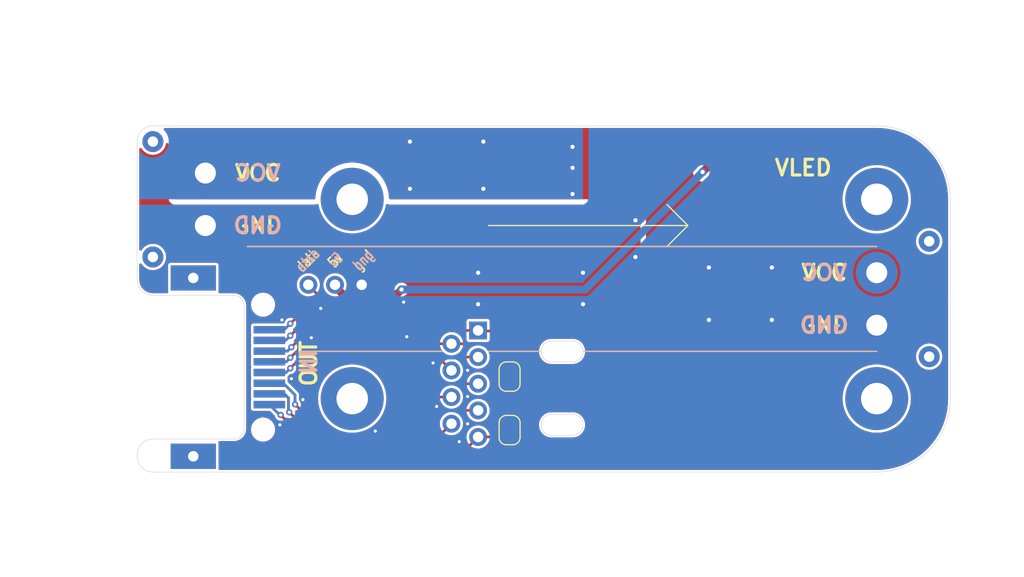
<source format=kicad_pcb>
(kicad_pcb (version 20241229) (generator "pcbnew") (generator_version "9.0")
  (layers (0 "F.Cu" signal) (2 "B.Cu" signal) (13 "F.Paste" user) (15 "B.Paste" user) (5 "F.SilkS" user "F.Silkscreen") (7 "B.SilkS" user "B.Silkscreen") (1 "F.Mask" user) (3 "B.Mask" user) (25 "Edge.Cuts" user))
  (net 0 "")
  (net 1 "Net-(J1-PadSH)")
  (net 2 "Net-(J2-Pin_7)")
  (net 3 "Net-(J2-Pin_6)")
  (net 4 "Net-(J2-Pin_5)")
  (net 5 "Net-(J2-Pin_8)")
  (net 6 "Net-(J2-Pin_2)")
  (net 7 "Net-(J2-Pin_9)")
  (net 8 "GND")
  (net 9 "LED_DATA")
  (net 10 "5V")
  (net 11 "12V")
  (net 12 "Net-(J2-Pin_3)")
  (net 13 "Net-(J2-Pin_4)")
  (footprint "footprints:HC-RJ45-055-7" (layer "F.Cu") (at -8.5 6.5 -90)
    (property "Reference" "J1" (hide yes))
    (property "Value" "RJ45_Shielded")
    (pad "" np_thru_hole circle (at -5.95 0 270) (size 1.8 1.8) (drill 1.8) (layers "*.Cu" "*.Mask"))
    (pad "" np_thru_hole circle (at 5.95 0 270) (size 1.8 1.8) (drill 1.8) (layers "*.Cu" "*.Mask"))
    (pad "1" smd rect (at -3.57 -0.6 270) (size 0.7 3) (layers "F.Cu" "F.Mask" "F.Paste") (net 6 "Net-(J2-Pin_2)"))
    (pad "2" smd rect (at -2.55 -0.6 270) (size 0.7 3) (layers "F.Cu" "F.Mask" "F.Paste") (net 12 "Net-(J2-Pin_3)"))
    (pad "3" smd rect (at -1.53 -0.6 270) (size 0.7 3) (layers "F.Cu" "F.Mask" "F.Paste") (net 13 "Net-(J2-Pin_4)"))
    (pad "4" smd rect (at -0.51 -0.6 270) (size 0.7 3) (layers "F.Cu" "F.Mask" "F.Paste") (net 4 "Net-(J2-Pin_5)"))
    (pad "5" smd rect (at 0.51 -0.6 270) (size 0.7 3) (layers "F.Cu" "F.Mask" "F.Paste") (net 3 "Net-(J2-Pin_6)"))
    (pad "6" smd rect (at 1.53 -0.6 270) (size 0.7 3) (layers "F.Cu" "F.Mask" "F.Paste") (net 2 "Net-(J2-Pin_7)"))
    (pad "7" smd rect (at 2.55 -0.6 270) (size 0.7 3) (layers "F.Cu" "F.Mask" "F.Paste") (net 5 "Net-(J2-Pin_8)"))
    (pad "8" smd rect (at 3.57 -0.6 270) (size 0.7 3) (layers "F.Cu" "F.Mask" "F.Paste") (net 7 "Net-(J2-Pin_9)"))
    (pad "SH" thru_hole circle (at -8.5 6.65 270) (size 1.524 1.524) (drill 1) (layers "*.Cu" "*.Mask") (net 1 "Net-(J1-PadSH)"))
    (pad "SH" smd rect (at -8.5 6.65 270) (size 2.4 4.3) (layers "F.Cu" "F.Mask" "F.Paste") (net 1 "Net-(J1-PadSH)"))
    (pad "SH" thru_hole circle (at 8.5 6.65 270) (size 1.524 1.524) (drill 1) (layers "*.Cu" "*.Mask") (net 1 "Net-(J1-PadSH)"))
    (pad "SH" smd rect (at 8.5 6.65 270) (size 2.4 4.3) (layers "F.Cu" "F.Mask" "F.Paste") (net 1 "Net-(J1-PadSH)"))
  )
  (footprint "footprints:xt30-PW-F_banana" (layer "F.Cu") (at -14 -9.5 90)
    (property "Reference" "U1" (hide yes))
    (property "Value" "xt30")
    (pad "" thru_hole circle (at -5.5 -5 90) (size 2 2) (drill 1) (layers "*.Cu" "*.Mask"))
    (pad "" thru_hole circle (at 5.5 -5 90) (size 2 2) (drill 1) (layers "*.Cu" "*.Mask"))
    (pad "GND" thru_hole circle (at -2.5 0 90) (size 4 4) (drill 2) (layers "*.Cu" "*.Mask") (net 8 "GND"))
    (pad "VCC" thru_hole circle (at 2.5 0 90) (size 4 4) (drill 2) (layers "*.Cu" "*.Mask") (net 11 "12V"))
  )
  (footprint "MountingHole:MountingHole_3mm_Pad" (layer "F.Cu") (at 0 -9.5)
    (property "Reference" "REF**" (hide yes))
    (property "Value" "MountingHole_3mm_Pad")
    (pad "1" thru_hole circle (at 0 0) (size 6 6) (drill 3) (layers "*.Cu" "*.Mask"))
  )
  (footprint "MountingHole:MountingHole_3mm_Pad" (layer "F.Cu") (at 0 9.5)
    (property "Reference" "REF**" (hide yes))
    (property "Value" "MountingHole_3mm_Pad")
    (pad "1" thru_hole circle (at 0 0) (size 6 6) (drill 3) (layers "*.Cu" "*.Mask"))
  )
  (footprint "MountingHole:MountingHole_3mm_Pad" (layer "F.Cu") (at 50 9.5)
    (property "Reference" "REF**" (hide yes))
    (property "Value" "MountingHole_3mm_Pad")
    (pad "1" thru_hole circle (at 0 0) (size 6 6) (drill 3) (layers "*.Cu" "*.Mask"))
  )
  (footprint "MountingHole:MountingHole_3mm_Pad" (layer "F.Cu") (at 50 -9.5)
    (property "Reference" "REF**" (hide yes))
    (property "Value" "MountingHole_3mm_Pad")
    (pad "1" thru_hole circle (at 0 0) (size 6 6) (drill 3) (layers "*.Cu" "*.Mask"))
  )
  (footprint "footprints:mini560" (layer "F.Cu") (at 23 -7)
    (property "Reference" "U2" (hide yes))
    (property "Value" "mini560")
    (fp_line (start -10 0) (end 9 0) (stroke (width 0.12)) (layer "F.SilkS"))
    (fp_line (start 9 0) (end 7 -2) (stroke (width 0.12)) (layer "F.SilkS"))
    (fp_line (start 9 0) (end 7 2) (stroke (width 0.12)) (layer "F.SilkS"))
    (pad "1" smd roundrect (at -14 -5.73) (size 5.08 5.08) (layers "F.Cu" "F.Mask" "F.Paste") (net 11 "12V"))
    (pad "2" smd roundrect (at -14 5.73) (size 5.08 5.08) (layers "F.Cu" "F.Mask" "F.Paste") (net 8 "GND"))
    (pad "3" smd roundrect (at 14 -5.73) (size 5.08 5.08) (layers "F.Cu" "F.Mask" "F.Paste") (net 10 "5V"))
    (pad "4" smd roundrect (at 14 5.73) (size 5.08 5.08) (layers "F.Cu" "F.Mask" "F.Paste") (net 8 "GND"))
  )
  (footprint "footprints:xt30-PW-M_banana" (layer "F.Cu") (at 50 0 -90)
    (property "Reference" "U3" (hide yes))
    (property "Value" "xt30")
    (pad "" thru_hole circle (at -5.5 -5 270) (size 2 2) (drill 1) (layers "*.Cu" "*.Mask"))
    (pad "" thru_hole circle (at 5.5 -5 270) (size 2 2) (drill 1) (layers "*.Cu" "*.Mask"))
    (pad "GND" thru_hole circle (at 2.5 0 270) (size 4 4) (drill 2) (layers "*.Cu" "*.Mask") (net 8 "GND"))
    (pad "VCC" thru_hole circle (at -2.5 0 270) (size 4 4) (drill 2) (layers "*.Cu" "*.Mask") (net 11 "12V"))
  )
  (footprint "Connector_PinHeader_2.54mm:PinHeader_1x09_P2.54mm_Vertical" (layer "F.Cu") (at 12 3)
    (property "Reference" "J2" (hide yes))
    (property "Value" "Conn_01x09_Male")
    (pad "1" thru_hole rect (at 0 0) (size 1.7 1.7) (drill 1) (layers "*.Cu" "*.Mask") (net 9 "LED_DATA"))
    (pad "2" thru_hole oval (at -2.54 1.27) (size 1.7 1.7) (drill 1) (layers "*.Cu" "*.Mask") (net 6 "Net-(J2-Pin_2)"))
    (pad "3" thru_hole oval (at 0 2.54) (size 1.7 1.7) (drill 1) (layers "*.Cu" "*.Mask") (net 12 "Net-(J2-Pin_3)"))
    (pad "4" thru_hole oval (at -2.54 3.81) (size 1.7 1.7) (drill 1) (layers "*.Cu" "*.Mask") (net 13 "Net-(J2-Pin_4)"))
    (pad "5" thru_hole oval (at 0 5.08) (size 1.7 1.7) (drill 1) (layers "*.Cu" "*.Mask") (net 4 "Net-(J2-Pin_5)"))
    (pad "6" thru_hole oval (at -2.54 6.35) (size 1.7 1.7) (drill 1) (layers "*.Cu" "*.Mask") (net 3 "Net-(J2-Pin_6)"))
    (pad "7" thru_hole oval (at 0 7.62) (size 1.7 1.7) (drill 1) (layers "*.Cu" "*.Mask") (net 2 "Net-(J2-Pin_7)"))
    (pad "8" thru_hole oval (at -2.54 8.89) (size 1.7 1.7) (drill 1) (layers "*.Cu" "*.Mask") (net 5 "Net-(J2-Pin_8)"))
    (pad "9" thru_hole oval (at 0 10.16) (size 1.7 1.7) (drill 1) (layers "*.Cu" "*.Mask") (net 7 "Net-(J2-Pin_9)"))
  )
  (footprint "Connector_PinHeader_2.54mm:PinHeader_1x03_P2.54mm_Vertical" (layer "F.Cu") (at 0.9 -1.35 -90)
    (property "Reference" "J4" (hide yes))
    (property "Value" "Conn_01x03_Male")
    (pad "1" thru_hole rect (at 0 0 270) (size 1.7 1.7) (drill 1) (layers "*.Cu" "*.Mask") (net 8 "GND"))
    (pad "2" thru_hole oval (at 0 2.54 270) (size 1.7 1.7) (drill 1) (layers "*.Cu" "*.Mask") (net 10 "5V"))
    (pad "3" thru_hole oval (at 0 5.08 270) (size 1.7 1.7) (drill 1) (layers "*.Cu" "*.Mask") (net 9 "LED_DATA"))
  )
  (footprint "Jumper:SolderJumper-2_P1.3mm_Open_TrianglePad1.0x1.5mm" (layer "F.Cu") (at 14.95 3.775001 -90)
    (property "Reference" "JP1" (hide yes))
    (property "Value" "Jumper_2_Open")
    (pad "1" smd custom (at -0.725 0 270) (size 0.3 0.3) (layers "F.Cu" "F.Mask") (net 9 "LED_DATA") (options (clearance outline) (anchor rect)) (primitives (gr_poly (pts (xy -0.5 -0.75) (xy 0.5 -0.75) (xy 1 0) (xy 0.5 0.75) (xy -0.5 0.75)) (width 0) (fill yes))))
    (pad "2" smd custom (at 0.725 0 270) (size 0.3 0.3) (layers "F.Cu" "F.Mask") (net 6 "Net-(J2-Pin_2)") (options (clearance outline) (anchor rect)) (primitives (gr_poly (pts (xy -0.65 -0.75) (xy 0.5 -0.75) (xy 0.5 0.75) (xy -0.65 0.75) (xy -0.15 0)) (width 0) (fill yes))))
  )
  (footprint "Jumper:SolderJumper-2_P1.3mm_Bridged_RoundedPad1.0x1.5mm" (layer "F.Cu") (at 15 12.5 90)
    (property "Reference" "JP2" (hide yes))
    (property "Value" "Jumper_2_Bridged")
    (fp_poly (pts (xy 0.25 -0.3) (xy -0.25 -0.3) (xy -0.25 0.3) (xy 0.25 0.3)) (fill yes) (layer "F.Cu"))
    (fp_line (start -0.7 -1) (end 0.7 -1) (stroke (width 0.12)) (layer "F.SilkS"))
    (fp_line (start 1.4 -0.3) (end 1.4 0.3) (stroke (width 0.12)) (layer "F.SilkS"))
    (fp_line (start -1.4 0.3) (end -1.4 -0.3) (stroke (width 0.12)) (layer "F.SilkS"))
    (fp_line (start 0.7 1) (end -0.7 1) (stroke (width 0.12)) (layer "F.SilkS"))
    (fp_arc (start 0.7 -1) (mid 1.194975 -0.794975) (end 1.4 -0.3) (stroke (width 0.12)) (layer "F.SilkS"))
    (fp_arc (start -1.4 -0.3) (mid -1.194975 -0.794975) (end -0.7 -1) (stroke (width 0.12)) (layer "F.SilkS"))
    (fp_arc (start 1.4 0.3) (mid 1.194975 0.794975) (end 0.7 1) (stroke (width 0.12)) (layer "F.SilkS"))
    (fp_arc (start -0.7 1) (mid -1.194975 0.794975) (end -1.4 0.3) (stroke (width 0.12)) (layer "F.SilkS"))
    (pad "1" smd custom (at -0.65 0 90) (size 1 0.5) (layers "F.Cu" "F.Mask") (net 7 "Net-(J2-Pin_9)") (options (clearance outline) (anchor rect)) (primitives (gr_circle (center 0 0.25) (end 0.5 0.25) (width 0) (fill yes)) (gr_circle (center 0 -0.25) (end 0.5 -0.25) (width 0) (fill yes)) (gr_poly (pts (xy 0 -0.75) (xy 0.5 -0.75) (xy 0.5 0.75) (xy 0 0.75)) (width 0) (fill yes))))
    (pad "2" smd custom (at 0.65 0 90) (size 1 0.5) (layers "F.Cu" "F.Mask") (net 8 "GND") (options (clearance outline) (anchor rect)) (primitives (gr_circle (center 0 0.25) (end 0.5 0.25) (width 0) (fill yes)) (gr_circle (center 0 -0.25) (end 0.5 -0.25) (width 0) (fill yes)) (gr_poly (pts (xy 0 -0.75) (xy -0.5 -0.75) (xy -0.5 0.75) (xy 0 0.75)) (width 0) (fill yes))))
  )
  (footprint "Jumper:SolderJumper-2_P1.3mm_Open_RoundedPad1.0x1.5mm" (layer "F.Cu") (at 15 7.4 -90)
    (property "Reference" "JP3" (hide yes))
    (property "Value" "Jumper_2_Open")
    (fp_line (start 0.7 1) (end -0.7 1) (stroke (width 0.12)) (layer "F.SilkS"))
    (fp_line (start -1.4 0.3) (end -1.4 -0.3) (stroke (width 0.12)) (layer "F.SilkS"))
    (fp_line (start 1.4 -0.3) (end 1.4 0.3) (stroke (width 0.12)) (layer "F.SilkS"))
    (fp_line (start -0.7 -1) (end 0.7 -1) (stroke (width 0.12)) (layer "F.SilkS"))
    (fp_arc (start -0.7 1) (mid -1.194975 0.794975) (end -1.4 0.3) (stroke (width 0.12)) (layer "F.SilkS"))
    (fp_arc (start 1.4 0.3) (mid 1.194975 0.794975) (end 0.7 1) (stroke (width 0.12)) (layer "F.SilkS"))
    (fp_arc (start -1.4 -0.3) (mid -1.194975 -0.794975) (end -0.7 -1) (stroke (width 0.12)) (layer "F.SilkS"))
    (fp_arc (start 0.7 -1) (mid 1.194975 -0.794975) (end 1.4 -0.3) (stroke (width 0.12)) (layer "F.SilkS"))
    (pad "1" smd custom (at -0.65 0 270) (size 1 0.5) (layers "F.Cu" "F.Mask") (net 6 "Net-(J2-Pin_2)") (options (clearance outline) (anchor rect)) (primitives (gr_circle (center 0 0.25) (end 0.5 0.25) (width 0) (fill yes)) (gr_circle (center 0 -0.25) (end 0.5 -0.25) (width 0) (fill yes)) (gr_poly (pts (xy 0 -0.75) (xy 0.5 -0.75) (xy 0.5 0.75) (xy 0 0.75)) (width 0) (fill yes))))
    (pad "2" smd custom (at 0.65 0 270) (size 1 0.5) (layers "F.Cu" "F.Mask") (net 8 "GND") (options (clearance outline) (anchor rect)) (primitives (gr_circle (center 0 0.25) (end 0.5 0.25) (width 0) (fill yes)) (gr_circle (center 0 -0.25) (end 0.5 -0.25) (width 0) (fill yes)) (gr_poly (pts (xy 0 -0.75) (xy -0.5 -0.75) (xy -0.5 0.75) (xy 0 0.75)) (width 0) (fill yes))))
  )
  (footprint "footprints:HC-RJ45-055-7" (layer "B.Cu") (at -8.5 6.5 90)
    (property "Reference" "J3" (hide yes))
    (property "Value" "RJ45_Shielded")
    (pad "1" smd rect (at -3.57 0.6 90) (size 0.7 3) (layers "B.Cu" "B.Mask" "B.Paste") (net 7 "Net-(J2-Pin_9)"))
    (pad "2" smd rect (at -2.55 0.6 90) (size 0.7 3) (layers "B.Cu" "B.Mask" "B.Paste") (net 5 "Net-(J2-Pin_8)"))
    (pad "3" smd rect (at -1.53 0.6 90) (size 0.7 3) (layers "B.Cu" "B.Mask" "B.Paste") (net 2 "Net-(J2-Pin_7)"))
    (pad "4" smd rect (at -0.51 0.6 90) (size 0.7 3) (layers "B.Cu" "B.Mask" "B.Paste") (net 3 "Net-(J2-Pin_6)"))
    (pad "5" smd rect (at 0.51 0.6 90) (size 0.7 3) (layers "B.Cu" "B.Mask" "B.Paste") (net 4 "Net-(J2-Pin_5)"))
    (pad "6" smd rect (at 1.53 0.6 90) (size 0.7 3) (layers "B.Cu" "B.Mask" "B.Paste") (net 13 "Net-(J2-Pin_4)"))
    (pad "7" smd rect (at 2.55 0.6 90) (size 0.7 3) (layers "B.Cu" "B.Mask" "B.Paste") (net 12 "Net-(J2-Pin_3)"))
    (pad "8" smd rect (at 3.57 0.6 90) (size 0.7 3) (layers "B.Cu" "B.Mask" "B.Paste") (net 6 "Net-(J2-Pin_2)"))
    (pad "SH" smd rect (at -8.5 -6.65 90) (size 2.4 4.3) (layers "B.Cu" "B.Mask" "B.Paste") (net 1 "Net-(J1-PadSH)"))
    (pad "SH" smd rect (at 8.5 -6.65 90) (size 2.4 4.3) (layers "B.Cu" "B.Mask" "B.Paste") (net 1 "Net-(J1-PadSH)"))
  )
  (gr_line (start 8.6 5) (end -5 5) (stroke (width 0.12)) (layer "F.SilkS"))
  (gr_line (start 50 -5) (end -10 -5) (stroke (width 0.12)) (layer "F.SilkS"))
  (gr_line (start 50 5) (end 22.1 5) (stroke (width 0.12)) (layer "F.SilkS"))
  (gr_line (start 17.9 5) (end 13 5) (stroke (width 0.12)) (layer "F.SilkS"))
  (gr_line (start 50 5) (end 22.1 5) (stroke (width 0.12)) (layer "B.SilkS"))
  (gr_line (start 8.6 5) (end -5 5) (stroke (width 0.12)) (layer "B.SilkS"))
  (gr_line (start 17.9 5) (end 13 5) (stroke (width 0.12)) (layer "B.SilkS"))
  (gr_line (start 50 -5) (end -10 -5) (stroke (width 0.12)) (layer "B.SilkS"))
  (gr_arc (start 50 -16.5) (mid 54.949747 -14.449747) (end 57 -9.5) (stroke (width 0.05)) (layer "Edge.Cuts"))
  (gr_line (start -19 -0.35) (end -11.3 -0.35) (stroke (width 0.05)) (layer "Edge.Cuts"))
  (gr_arc (start -11.299999 -0.349998) (mid -10.592894 -0.057105) (end -10.300001 0.65) (stroke (width 0.05)) (layer "Edge.Cuts"))
  (gr_arc (start -10.3 12.349999) (mid -10.592893 13.057106) (end -11.299999 13.35) (stroke (width 0.05)) (layer "Edge.Cuts"))
  (gr_line (start -11.299999 13.35) (end -19 13.35) (stroke (width 0.05)) (layer "Edge.Cuts"))
  (gr_line (start -10.300001 0.65) (end -10.3 12.349999) (stroke (width 0.05)) (layer "Edge.Cuts"))
  (gr_arc (start -19 -0.35) (mid -20.06066 -0.78934) (end -20.5 -1.85) (stroke (width 0.05)) (layer "Edge.Cuts"))
  (gr_arc (start -19 16.5) (mid -20.06066 16.06066) (end -20.5 15) (stroke (width 0.05)) (layer "Edge.Cuts"))
  (gr_arc (start -20.5 14.85) (mid -20.06066 13.78934) (end -19 13.35) (stroke (width 0.05)) (layer "Edge.Cuts"))
  (gr_line (start -20.5 14.85) (end -20.5 15) (stroke (width 0.05)) (layer "Edge.Cuts"))
  (gr_arc (start -20.5 -15) (mid -20.06066 -16.06066) (end -19 -16.5) (stroke (width 0.05)) (layer "Edge.Cuts"))
  (gr_arc (start 21 4) (mid 21.999999 4.999999) (end 21 5.999998) (stroke (width 0.05)) (layer "Edge.Cuts"))
  (gr_line (start 19 6) (end 21 6) (stroke (width 0.05)) (layer "Edge.Cuts"))
  (gr_arc (start 19 5.999998) (mid 18.000001 4.999999) (end 19 4) (stroke (width 0.05)) (layer "Edge.Cuts"))
  (gr_arc (start 21 11) (mid 21.999999 11.999999) (end 21 12.999998) (stroke (width 0.05)) (layer "Edge.Cuts"))
  (gr_arc (start 19 12.999998) (mid 18.000001 11.999999) (end 19 11) (stroke (width 0.05)) (layer "Edge.Cuts"))
  (gr_line (start 19 11) (end 21 11) (stroke (width 0.05)) (layer "Edge.Cuts"))
  (gr_line (start 19 13) (end 21 13) (stroke (width 0.05)) (layer "Edge.Cuts"))
  (gr_line (start 19 4) (end 21 4) (stroke (width 0.05)) (layer "Edge.Cuts"))
  (gr_line (start -19 -16.5) (end 50 -16.5) (stroke (width 0.05)) (layer "Edge.Cuts"))
  (gr_line (start -20.5 -15) (end -20.5 -1.85) (stroke (width 0.05)) (layer "Edge.Cuts"))
  (gr_arc (start 57 9.5) (mid 54.949747 14.449747) (end 50 16.5) (stroke (width 0.05)) (layer "Edge.Cuts"))
  (gr_line (start 57 -9.5) (end 57 9.5) (stroke (width 0.05)) (layer "Edge.Cuts"))
  (gr_line (start -19 16.5) (end 50 16.5) (stroke (width 0.05)) (layer "Edge.Cuts"))
  (gr_text "GND" (at -9 -7 0) (layer "F.SilkS") (effects (font (size 1.5 1.5) (thickness 0.3))))
  (gr_text "OUT" (at -4.15 6.15 90) (layer "F.SilkS") (effects (font (size 1.5 1.5) (thickness 0.3))))
  (gr_text "VCC" (at 45 -2.5 0) (layer "F.SilkS") (effects (font (size 1.5 1.5) (thickness 0.3))))
  (gr_text "GND" (at 45 2.5 0) (layer "F.SilkS") (effects (font (size 1.5 1.5) (thickness 0.3))))
  (gr_text "5v" (at -1.6 -3.7 45) (layer "F.SilkS") (effects (font (size 1 0.75) (thickness 0.16))))
  (gr_text "gnd" (at 1.05 -3.7 45) (layer "F.SilkS") (effects (font (size 1 0.75) (thickness 0.16))))
  (gr_text "VCC" (at -9 -12 0) (layer "F.SilkS") (effects (font (size 1.5 1.5) (thickness 0.3))))
  (gr_text "data" (at -4.25 -3.7 45) (layer "F.SilkS") (effects (font (size 1 0.75) (thickness 0.16))))
  (gr_text "VLED" (at 43 -12.5 0) (layer "F.SilkS") (effects (font (size 1.5 1.5) (thickness 0.3))))
  (gr_text "GND" (at -9 -7 0) (layer "B.SilkS") (effects (font (size 1.5 1.5) (thickness 0.3)) (justify mirror)))
  (gr_text "VCC" (at -9 -12 0) (layer "B.SilkS") (effects (font (size 1.5 1.5) (thickness 0.3)) (justify mirror)))
  (gr_text "IN" (at -4.15 6 90) (layer "B.SilkS") (effects (font (size 1.5 1.5) (thickness 0.3)) (justify mirror)))
  (gr_text "VCC" (at 45 -2.5 0) (layer "B.SilkS") (effects (font (size 1.5 1.5) (thickness 0.3)) (justify mirror)))
  (gr_text "GND" (at 45 2.5 0) (layer "B.SilkS") (effects (font (size 1.5 1.5) (thickness 0.3)) (justify mirror)))
  (gr_text "data" (at -4.25 -3.7 45) (layer "B.SilkS") (effects (font (size 1 0.75) (thickness 0.16)) (justify mirror)))
  (gr_text "5v" (at -1.6 -3.7 45) (layer "B.SilkS") (effects (font (size 1 0.75) (thickness 0.16)) (justify mirror)))
  (gr_text "gnd" (at 1.05 -3.7 45) (layer "B.SilkS") (effects (font (size 1 0.75) (thickness 0.16)) (justify mirror)))
  (segment (start -1.999989 13.5) (end -5.149988 10.349999) (width 0.25) (layer "F.Cu") (net 2))
  (segment (start -5.449987 9.150013) (end -5.449987 10.05) (width 0.25) (layer "F.Cu") (net 2))
  (segment (start -6.57 8.03) (end -5.449987 9.150013) (width 0.25) (layer "F.Cu") (net 2))
  (segment (start 12 10.62) (end 8.990998 10.62) (width 0.25) (layer "F.Cu") (net 2))
  (segment (start -7.9 8.03) (end -6.57 8.03) (width 0.25) (layer "F.Cu") (net 2))
  (segment (start 8.990998 10.62) (end 6.110998 13.5) (width 0.25) (layer "F.Cu") (net 2))
  (segment (start -5.149988 10.349999) (end -5.449987 10.05) (width 0.25) (layer "F.Cu") (net 2))
  (segment (start 6.110998 13.5) (end -1.999989 13.5) (width 0.25) (layer "F.Cu") (net 2))
  (via (at -5.449987 10.05) (size 0.6) (drill 0.3) (layers "F.Cu" "B.Cu") (net 2))
  (segment (start -5.449987 9.150013) (end -5.449987 10.05) (width 0.25) (layer "B.Cu") (net 2))
  (segment (start -6.57 8.03) (end -5.449987 9.150013) (width 0.25) (layer "B.Cu") (net 2))
  (segment (start -7.9 8.03) (end -6.57 8.03) (width 0.25) (layer "B.Cu") (net 2))
  (segment (start 3.95 5.2) (end -4.5 5.2) (width 0.25) (layer "F.Cu") (net 3))
  (segment (start -4.5 5.2) (end -5.9 6.6) (width 0.25) (layer "F.Cu") (net 3))
  (segment (start -5.9 6.6) (end -6.31 7.01) (width 0.25) (layer "F.Cu") (net 3))
  (segment (start -6.31 7.01) (end -7.9 7.01) (width 0.25) (layer "F.Cu") (net 3))
  (segment (start 9.46 9.35) (end 8.1 9.35) (width 0.25) (layer "F.Cu") (net 3))
  (segment (start 8.1 9.35) (end 3.95 5.2) (width 0.25) (layer "F.Cu") (net 3))
  (segment (start 9.46 9.35) (end 9.15 9.35) (width 0.25) (layer "F.Cu") (net 3))
  (via (at -5.9 6.6) (size 0.6) (drill 0.3) (layers "F.Cu" "B.Cu") (net 3))
  (segment (start -6.31 7.01) (end -5.9 6.6) (width 0.25) (layer "B.Cu") (net 3))
  (segment (start -7.9 7.01) (end -6.31 7.01) (width 0.25) (layer "B.Cu") (net 3))
  (segment (start -5.9 5.6) (end -6.29 5.99) (width 0.25) (layer "F.Cu") (net 4))
  (segment (start 12 8.08) (end 8.241412 8.08) (width 0.25) (layer "F.Cu") (net 4))
  (segment (start 4.661412 4.5) (end -4.8 4.5) (width 0.25) (layer "F.Cu") (net 4))
  (segment (start 8.241412 8.08) (end 4.661412 4.5) (width 0.25) (layer "F.Cu") (net 4))
  (segment (start -6.29 5.99) (end -7.9 5.99) (width 0.25) (layer "F.Cu") (net 4))
  (segment (start -4.8 4.5) (end -5.9 5.6) (width 0.25) (layer "F.Cu") (net 4))
  (via (at -5.9 5.6) (size 0.6) (drill 0.3) (layers "F.Cu" "B.Cu") (net 4))
  (segment (start -7.9 5.99) (end -6.29 5.99) (width 0.25) (layer "B.Cu") (net 4))
  (segment (start -6.29 5.99) (end -5.9 5.6) (width 0.25) (layer "B.Cu") (net 4))
  (segment (start 7.35 14) (end -2.8 14) (width 0.25) (layer "F.Cu") (net 5))
  (segment (start -6.45 9.05) (end -6.074999 9.425001) (width 0.25) (layer "F.Cu") (net 5))
  (segment (start 9.46 11.89) (end 7.35 14) (width 0.25) (layer "F.Cu") (net 5))
  (segment (start -2.8 14) (end -6 10.8) (width 0.25) (layer "F.Cu") (net 5))
  (segment (start -7.9 9.05) (end -6.45 9.05) (width 0.25) (layer "F.Cu") (net 5))
  (segment (start -6.074999 9.425001) (end -6.074999 10.725001) (width 0.25) (layer "F.Cu") (net 5))
  (segment (start -6.074999 10.725001) (end -6 10.8) (width 0.25) (layer "F.Cu") (net 5))
  (via (at -6 10.8) (size 0.6) (drill 0.3) (layers "F.Cu" "B.Cu") (net 5))
  (segment (start -6.074999 9.459999) (end -6.074999 10.725001) (width 0.25) (layer "B.Cu") (net 5))
  (segment (start -7.9 9.05) (end -6.484998 9.05) (width 0.25) (layer "B.Cu") (net 5))
  (segment (start -6.074999 10.725001) (end -6 10.8) (width 0.25) (layer "B.Cu") (net 5))
  (segment (start -6.484998 9.05) (end -6.074999 9.459999) (width 0.25) (layer "B.Cu") (net 5))
  (segment (start -6.48 2.93) (end -7.9 2.93) (width 0.25) (layer "F.Cu") (net 6))
  (segment (start 14.95 6.7) (end 15 6.75) (width 0.25) (layer "F.Cu") (net 6))
  (segment (start 8.37 4.27) (end 9.46 4.27) (width 0.25) (layer "F.Cu") (net 6))
  (segment (start -5.9 2.35) (end -6.48 2.93) (width 0.25) (layer "F.Cu") (net 6))
  (segment (start 14.2 4.500001) (end 13.969999 4.27) (width 0.25) (layer "F.Cu") (net 6))
  (segment (start 14.95 4.500001) (end 14.95 6.7) (width 0.25) (layer "F.Cu") (net 6))
  (segment (start 13.969999 4.27) (end 9.46 4.27) (width 0.25) (layer "F.Cu") (net 6))
  (segment (start -5.2 1.65) (end 5.75 1.65) (width 0.25) (layer "F.Cu") (net 6))
  (segment (start 14.95 4.500001) (end 14.2 4.500001) (width 0.25) (layer "F.Cu") (net 6))
  (segment (start -5.9 2.35) (end -5.2 1.65) (width 0.25) (layer "F.Cu") (net 6))
  (segment (start 5.75 1.65) (end 8.37 4.27) (width 0.25) (layer "F.Cu") (net 6))
  (via (at -5.9 2.35) (size 0.6) (drill 0.3) (layers "F.Cu" "B.Cu") (net 6))
  (segment (start -7.9 2.93) (end -6.48 2.93) (width 0.25) (layer "B.Cu") (net 6))
  (segment (start -6.48 2.93) (end -5.9 2.35) (width 0.25) (layer "B.Cu") (net 6))
  (segment (start -3.379133 14.5) (end 10.66 14.5) (width 0.25) (layer "F.Cu") (net 7))
  (segment (start 15 13.15) (end 12.01 13.15) (width 0.25) (layer "F.Cu") (net 7))
  (segment (start -6.823 11.056133) (end -3.379133 14.5) (width 0.25) (layer "F.Cu") (net 7))
  (segment (start -7.9 10.07) (end -6.913867 11.056133) (width 0.25) (layer "F.Cu") (net 7))
  (segment (start 10.66 14.5) (end 12 13.16) (width 0.25) (layer "F.Cu") (net 7))
  (segment (start -6.913867 11.056133) (end -6.823 11.056133) (width 0.25) (layer "F.Cu") (net 7))
  (segment (start 12.01 13.15) (end 12 13.16) (width 0.25) (layer "F.Cu") (net 7))
  (via (at -6.823 11.056133) (size 0.6) (drill 0.3) (layers "F.Cu" "B.Cu") (net 7))
  (segment (start -7.9 10.07) (end -6.913867 11.056133) (width 0.25) (layer "B.Cu") (net 7))
  (segment (start -6.913867 11.056133) (end -6.823 11.056133) (width 0.25) (layer "B.Cu") (net 7))
  (via (at 7.7 6.1) (size 0.6) (drill 0.3) (layers "F.Cu" "B.Cu") (net 8))
  (via (at 5.2 3.6) (size 0.6) (drill 0.3) (layers "F.Cu" "B.Cu") (net 8))
  (via (at -3.9 3.7) (size 0.6) (drill 0.3) (layers "F.Cu" "B.Cu") (net 8))
  (via (at 4.9 0.3) (size 0.6) (drill 0.3) (layers "F.Cu" "B.Cu") (net 8))
  (via (at 2.2 12.6) (size 0.6) (drill 0.3) (layers "F.Cu" "B.Cu") (net 8))
  (via (at 11 6.8) (size 0.6) (drill 0.3) (layers "F.Cu" "B.Cu") (net 8))
  (via (at 11 9.3) (size 0.6) (drill 0.3) (layers "F.Cu" "B.Cu") (net 8))
  (via (at 11 11.9) (size 0.6) (drill 0.3) (layers "F.Cu" "B.Cu") (net 8))
  (via (at 10.2 13.6) (size 0.6) (drill 0.3) (layers "F.Cu" "B.Cu") (net 8))
  (via (at 27 -4) (size 0.8) (drill 0.4) (layers "F.Cu" "B.Cu") (net 8))
  (via (at 27 -7.5) (size 0.8) (drill 0.4) (layers "F.Cu" "B.Cu") (net 8))
  (via (at 22 -2.5) (size 0.8) (drill 0.4) (layers "F.Cu" "B.Cu") (net 8))
  (via (at 22 0.5) (size 0.8) (drill 0.4) (layers "F.Cu" "B.Cu") (net 8))
  (via (at 12 0.5) (size 0.8) (drill 0.4) (layers "F.Cu" "B.Cu") (net 8))
  (via (at 12 -2.5) (size 0.8) (drill 0.4) (layers "F.Cu" "B.Cu") (net 8))
  (via (at -3 0.9) (size 0.6) (drill 0.3) (layers "F.Cu" "B.Cu") (net 8))
  (via (at -6.7 2) (size 0.6) (drill 0.3) (layers "F.Cu" "B.Cu") (net 8))
  (via (at -5.8 7.6) (size 0.6) (drill 0.3) (layers "F.Cu" "B.Cu") (net 8))
  (via (at -6.9 12) (size 0.6) (drill 0.3) (layers "F.Cu" "B.Cu") (net 8))
  (via (at -4.7 9.6) (size 0.6) (drill 0.3) (layers "F.Cu" "B.Cu") (net 8))
  (via (at 40 2) (size 0.8) (drill 0.4) (layers "F.Cu" "B.Cu") (net 8))
  (via (at 8.05 10.25) (size 0.6) (drill 0.3) (layers "F.Cu" "B.Cu") (net 8))
  (via (at 34 2) (size 0.8) (drill 0.4) (layers "F.Cu" "B.Cu") (net 8))
  (via (at 40 -3) (size 0.8) (drill 0.4) (layers "F.Cu" "B.Cu") (net 8))
  (via (at 34 -3) (size 0.8) (drill 0.4) (layers "F.Cu" "B.Cu") (net 8))
  (segment (start 10.2 13.124264) (end 10.2 13.6) (width 0.25) (layer "B.Cu") (net 8))
  (segment (start 11 9.3) (end 10.635001 9.664999) (width 0.25) (layer "B.Cu") (net 8))
  (segment (start 11 11.9) (end 11 12.324264) (width 0.25) (layer "B.Cu") (net 8))
  (segment (start 7.7 6.1) (end 8.165001 5.634999) (width 0.25) (layer "B.Cu") (net 8))
  (segment (start 10.635001 9.664999) (end 10.635001 11.535001) (width 0.25) (layer "B.Cu") (net 8))
  (segment (start 11 6.375736) (end 11 6.8) (width 0.25) (layer "B.Cu") (net 8))
  (segment (start 10.259263 5.634999) (end 11 6.375736) (width 0.25) (layer "B.Cu") (net 8))
  (segment (start 11 12.324264) (end 10.2 13.124264) (width 0.25) (layer "B.Cu") (net 8))
  (segment (start 10.824999 6.975001) (end 10.824999 9.124999) (width 0.25) (layer "B.Cu") (net 8))
  (segment (start 10.824999 9.124999) (end 11 9.3) (width 0.25) (layer "B.Cu") (net 8))
  (segment (start 11 6.8) (end 10.824999 6.975001) (width 0.25) (layer "B.Cu") (net 8))
  (segment (start 10.635001 11.535001) (end 11 11.9) (width 0.25) (layer "B.Cu") (net 8))
  (segment (start 8.165001 5.634999) (end 10.259263 5.634999) (width 0.25) (layer "B.Cu") (net 8))
  (segment (start 12.050001 3.050001) (end 12 3) (width 0.25) (layer "F.Cu") (net 9))
  (segment (start 5.861411 1.125001) (end -1.764999 1.125001) (width 0.25) (layer "F.Cu") (net 9))
  (segment (start 12 3) (end 7.73641 3) (width 0.25) (layer "F.Cu") (net 9))
  (segment (start 14.95 3.050001) (end 12.050001 3.050001) (width 0.25) (layer "F.Cu") (net 9))
  (segment (start 7.73641 3) (end 5.861411 1.125001) (width 0.25) (layer "F.Cu") (net 9))
  (segment (start -1.764999 1.125001) (end -3.99 -1.1) (width 0.25) (layer "F.Cu") (net 9))
  (segment (start 4.7 -0.9) (end 3.6 0.2) (width 0.75) (layer "F.Cu") (net 10))
  (segment (start 3.6 0.2) (end -0.25 0.2) (width 0.75) (layer "F.Cu") (net 10))
  (segment (start -1.64 -1.19) (end -1.64 -1.35) (width 0.75) (layer "F.Cu") (net 10))
  (segment (start -0.25 0.2) (end -1.64 -1.19) (width 0.75) (layer "F.Cu") (net 10))
  (segment (start 37 -12.73) (end 34.03 -12.73) (width 0.75) (layer "F.Cu") (net 10))
  (segment (start 34.03 -12.73) (end 33.4 -12.1) (width 0.75) (layer "F.Cu") (net 10))
  (via (at 33.4 -12.1) (size 0.8) (drill 0.4) (layers "F.Cu" "B.Cu") (net 10))
  (via (at 4.7 -0.9) (size 0.8) (drill 0.4) (layers "F.Cu" "B.Cu") (net 10))
  (segment (start 22.2 -0.9) (end 4.7 -0.9) (width 0.75) (layer "B.Cu") (net 10))
  (segment (start 33.4 -12.1) (end 22.2 -0.9) (width 0.75) (layer "B.Cu") (net 10))
  (via (at 5.5 -15) (size 0.8) (drill 0.4) (layers "F.Cu" "B.Cu") (net 11))
  (via (at 21 -14.5) (size 0.8) (drill 0.4) (layers "F.Cu" "B.Cu") (net 11))
  (via (at 12.5 -15) (size 0.8) (drill 0.4) (layers "F.Cu" "B.Cu") (net 11))
  (via (at 12.5 -10.5) (size 0.8) (drill 0.4) (layers "F.Cu" "B.Cu") (net 11))
  (via (at 21 -10) (size 0.8) (drill 0.4) (layers "F.Cu" "B.Cu") (net 11))
  (via (at 5.5 -10.5) (size 0.8) (drill 0.4) (layers "F.Cu" "B.Cu") (net 11))
  (via (at 21 -12.5) (size 0.8) (drill 0.4) (layers "F.Cu" "B.Cu") (net 11))
  (segment (start 12 5.54) (end 8.94 5.54) (width 0.25) (layer "F.Cu") (net 12))
  (segment (start -7.9 3.95) (end -6.35 3.95) (width 0.25) (layer "F.Cu") (net 12))
  (segment (start -4.5 2.1) (end -5.9 3.5) (width 0.25) (layer "F.Cu") (net 12))
  (segment (start -6.35 3.95) (end -5.9 3.5) (width 0.25) (layer "F.Cu") (net 12))
  (segment (start 8.94 5.54) (end 5.5 2.1) (width 0.25) (layer "F.Cu") (net 12))
  (segment (start 5.5 2.1) (end -4.5 2.1) (width 0.25) (layer "F.Cu") (net 12))
  (via (at -5.9 3.5) (size 0.6) (drill 0.3) (layers "F.Cu" "B.Cu") (net 12))
  (segment (start -6.35 3.95) (end -7.9 3.95) (width 0.25) (layer "B.Cu") (net 12))
  (segment (start -5.9 3.5) (end -6.35 3.95) (width 0.25) (layer "B.Cu") (net 12))
  (segment (start 9.46 6.81) (end 5.2 2.55) (width 0.25) (layer "F.Cu") (net 13))
  (segment (start -7.9 4.97) (end -6.17 4.97) (width 0.25) (layer "F.Cu") (net 13))
  (segment (start -3.75 2.55) (end -5.8 4.6) (width 0.25) (layer "F.Cu") (net 13))
  (segment (start 5.2 2.55) (end -3.75 2.55) (width 0.25) (layer "F.Cu") (net 13))
  (segment (start -6.17 4.97) (end -5.8 4.6) (width 0.25) (layer "F.Cu") (net 13))
  (via (at -5.8 4.6) (size 0.6) (drill 0.3) (layers "F.Cu" "B.Cu") (net 13))
  (segment (start -6.17 4.97) (end -7.9 4.97) (width 0.25) (layer "B.Cu") (net 13))
  (segment (start -5.8 4.6) (end -6.17 4.97) (width 0.25) (layer "B.Cu") (net 13))
  (zone (net 8) (net_name "GND") (layer "F.Cu") (connect_pads yes (clearance 0.254)) (min_thickness 0.254) (fill yes (thermal_gap 0.508) (thermal_bridge_width 0.508))
    (polygon (pts (xy 58 17.5) (xy -21 17.5) (xy -21 -17.5) (xy 58 -17.5)))
  )
  (zone (net 11) (net_name "12V") (layer "F.Cu") (priority 1) (connect_pads yes (clearance 0.508)) (min_thickness 0.254) (fill yes (thermal_gap 0.508) (thermal_bridge_width 0.508))
    (polygon (pts (xy 57 -10.5) (xy 57 0) (xy 41.5 0) (xy 41.5 -4) (xy 28 -4) (xy 28 -9.5) (xy -17 -9.5) (xy -17 -17.5) (xy 57 -17.5)))
  )
  (zone (net 11) (net_name "12V") (layer "B.Cu") (priority 1) (connect_pads yes (clearance 0.508)) (min_thickness 0.254) (fill yes (thermal_gap 0.508) (thermal_bridge_width 0.508))
    (polygon (pts (xy 22 -9.5) (xy -10.5 -9.5) (xy -21 -9.5) (xy -21 -17.5) (xy 22 -17.5)))
  )
  (zone (net 8) (net_name "GND") (layer "B.Cu") (connect_pads yes (clearance 0.254)) (min_thickness 0.254) (fill yes (thermal_gap 0.508) (thermal_bridge_width 0.508))
    (polygon (pts (xy 58 17.5) (xy -21 17.5) (xy -21 -17.5) (xy 58 -17.5)))
  )
)
</source>
